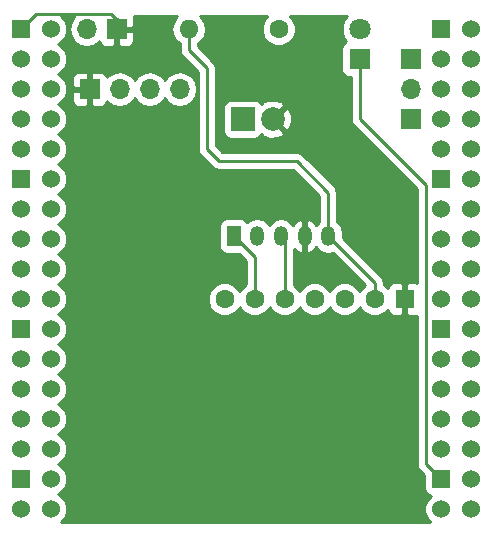
<source format=gbl>
G04 #@! TF.FileFunction,Copper,L2,Bot,Signal*
%FSLAX46Y46*%
G04 Gerber Fmt 4.6, Leading zero omitted, Abs format (unit mm)*
G04 Created by KiCad (PCBNEW 4.0.4+e1-6308~48~ubuntu16.04.1-stable) date Fri Mar 30 16:09:55 2018*
%MOMM*%
%LPD*%
G01*
G04 APERTURE LIST*
%ADD10C,0.100000*%
%ADD11C,1.524000*%
%ADD12R,1.524000X1.524000*%
%ADD13R,2.000000X2.000000*%
%ADD14C,2.000000*%
%ADD15R,1.800000X1.800000*%
%ADD16C,1.800000*%
%ADD17R,1.600000X1.600000*%
%ADD18C,1.600000*%
%ADD19O,1.600000X1.600000*%
%ADD20R,1.700000X1.700000*%
%ADD21O,1.700000X1.700000*%
%ADD22R,1.200000X1.700000*%
%ADD23O,1.200000X1.700000*%
%ADD24C,0.250000*%
%ADD25C,0.400000*%
%ADD26C,0.254000*%
G04 APERTURE END LIST*
D10*
D11*
X58420000Y-46990000D03*
D12*
X55880000Y-46990000D03*
D11*
X58420000Y-49530000D03*
X55880000Y-49530000D03*
X58420000Y-87630000D03*
X55880000Y-87630000D03*
X58420000Y-85090000D03*
D12*
X55880000Y-85090000D03*
D11*
X58420000Y-82550000D03*
X55880000Y-82550000D03*
X58420000Y-80010000D03*
X55880000Y-80010000D03*
X58420000Y-77470000D03*
X55880000Y-77470000D03*
X58420000Y-74930000D03*
X55880000Y-74930000D03*
X58420000Y-72390000D03*
D12*
X55880000Y-72390000D03*
D11*
X58420000Y-69850000D03*
X55880000Y-69850000D03*
X58420000Y-67310000D03*
X55880000Y-67310000D03*
X58420000Y-64770000D03*
X55880000Y-64770000D03*
X58420000Y-62230000D03*
X55880000Y-62230000D03*
X58420000Y-59690000D03*
D12*
X55880000Y-59690000D03*
D11*
X58420000Y-57150000D03*
X55880000Y-57150000D03*
X58420000Y-54610000D03*
X55880000Y-54610000D03*
X58420000Y-52070000D03*
X55880000Y-52070000D03*
X91440000Y-52070000D03*
X93980000Y-52070000D03*
X91440000Y-54610000D03*
X93980000Y-54610000D03*
X91440000Y-57150000D03*
X93980000Y-57150000D03*
D12*
X91440000Y-59690000D03*
D11*
X93980000Y-59690000D03*
X91440000Y-62230000D03*
X93980000Y-62230000D03*
X91440000Y-64770000D03*
X93980000Y-64770000D03*
X91440000Y-67310000D03*
X93980000Y-67310000D03*
X91440000Y-69850000D03*
X93980000Y-69850000D03*
D12*
X91440000Y-72390000D03*
D11*
X93980000Y-72390000D03*
X91440000Y-74930000D03*
X93980000Y-74930000D03*
X91440000Y-77470000D03*
X93980000Y-77470000D03*
X91440000Y-80010000D03*
X93980000Y-80010000D03*
X91440000Y-82550000D03*
X93980000Y-82550000D03*
D12*
X91440000Y-85090000D03*
D11*
X93980000Y-85090000D03*
X91440000Y-87630000D03*
X93980000Y-87630000D03*
X91440000Y-49530000D03*
X93980000Y-49530000D03*
D12*
X91440000Y-46990000D03*
D11*
X93980000Y-46990000D03*
D13*
X74676000Y-54610000D03*
D14*
X77216000Y-54610000D03*
D15*
X84582000Y-49530000D03*
D16*
X84582000Y-46990000D03*
D17*
X88392000Y-69850000D03*
D18*
X85852000Y-69850000D03*
X83312000Y-69850000D03*
X80772000Y-69850000D03*
X78232000Y-69850000D03*
X75692000Y-69850000D03*
X73152000Y-69850000D03*
X77724000Y-46990000D03*
D19*
X70104000Y-46990000D03*
D20*
X64008000Y-46990000D03*
D21*
X61468000Y-46990000D03*
D20*
X88900000Y-49530000D03*
D21*
X88900000Y-52070000D03*
D20*
X88900000Y-54610000D03*
X61722000Y-52070000D03*
D21*
X64262000Y-52070000D03*
X66802000Y-52070000D03*
X69342000Y-52070000D03*
D22*
X73914000Y-64516000D03*
D23*
X75914000Y-64516000D03*
X77914000Y-64516000D03*
X79914000Y-64516000D03*
X81914000Y-64516000D03*
D24*
X55880000Y-46990000D02*
X57150000Y-45720000D01*
X57150000Y-45720000D02*
X63500000Y-45720000D01*
X63500000Y-45720000D02*
X64008000Y-46228000D01*
D25*
X64008000Y-46228000D02*
X64008000Y-46990000D01*
D24*
X78232000Y-69850000D02*
X78232000Y-64834000D01*
X78232000Y-64834000D02*
X77914000Y-64516000D01*
X77914000Y-69532000D02*
X78232000Y-69850000D01*
X75692000Y-69850000D02*
X75692000Y-66294000D01*
X75692000Y-66294000D02*
X73914000Y-64516000D01*
X70104000Y-46990000D02*
X70104000Y-48768000D01*
X70104000Y-48768000D02*
X71628000Y-50292000D01*
X71628000Y-50292000D02*
X71628000Y-57150000D01*
X71628000Y-57150000D02*
X72644000Y-58166000D01*
X72644000Y-58166000D02*
X79248000Y-58166000D01*
X79248000Y-58166000D02*
X81914000Y-60832000D01*
X81914000Y-60832000D02*
X81914000Y-64516000D01*
X85852000Y-69850000D02*
X85852000Y-68454000D01*
X85852000Y-68454000D02*
X81914000Y-64516000D01*
X58420000Y-57150000D02*
X58674000Y-57150000D01*
X84582000Y-49530000D02*
X84582000Y-54610000D01*
X90170000Y-83820000D02*
X91440000Y-85090000D01*
X90170000Y-60198000D02*
X90170000Y-83820000D01*
X84582000Y-54610000D02*
X90170000Y-60198000D01*
D26*
G36*
X60096039Y-46392622D02*
X59983000Y-46960907D01*
X59983000Y-47019093D01*
X60096039Y-47587378D01*
X60417946Y-48069147D01*
X60899715Y-48391054D01*
X61468000Y-48504093D01*
X62036285Y-48391054D01*
X62518054Y-48069147D01*
X62547403Y-48025223D01*
X62619673Y-48199698D01*
X62798301Y-48378327D01*
X63031690Y-48475000D01*
X63722250Y-48475000D01*
X63881000Y-48316250D01*
X63881000Y-47117000D01*
X64135000Y-47117000D01*
X64135000Y-48316250D01*
X64293750Y-48475000D01*
X64984310Y-48475000D01*
X65217699Y-48378327D01*
X65396327Y-48199698D01*
X65493000Y-47966309D01*
X65493000Y-47275750D01*
X65334250Y-47117000D01*
X64135000Y-47117000D01*
X63881000Y-47117000D01*
X63861000Y-47117000D01*
X63861000Y-46863000D01*
X63881000Y-46863000D01*
X63881000Y-46843000D01*
X64135000Y-46843000D01*
X64135000Y-46863000D01*
X65334250Y-46863000D01*
X65493000Y-46704250D01*
X65493000Y-46013691D01*
X65455020Y-45922000D01*
X69140961Y-45922000D01*
X69061189Y-45975302D01*
X68750120Y-46440849D01*
X68640887Y-46990000D01*
X68750120Y-47539151D01*
X69061189Y-48004698D01*
X69344000Y-48193667D01*
X69344000Y-48768000D01*
X69401852Y-49058839D01*
X69566599Y-49305401D01*
X70868000Y-50606802D01*
X70868000Y-57150000D01*
X70925852Y-57440839D01*
X71090599Y-57687401D01*
X72106599Y-58703401D01*
X72353161Y-58868148D01*
X72644000Y-58926000D01*
X78933198Y-58926000D01*
X81154000Y-61146802D01*
X81154000Y-63287941D01*
X81040723Y-63363630D01*
X80911590Y-63556891D01*
X80743125Y-63334067D01*
X80323376Y-63087714D01*
X80231609Y-63072538D01*
X80041000Y-63197269D01*
X80041000Y-64389000D01*
X80061000Y-64389000D01*
X80061000Y-64643000D01*
X80041000Y-64643000D01*
X80041000Y-65834731D01*
X80231609Y-65959462D01*
X80323376Y-65944286D01*
X80743125Y-65697933D01*
X80911590Y-65475109D01*
X81040723Y-65668370D01*
X81441386Y-65936084D01*
X81914000Y-66030093D01*
X82280408Y-65957210D01*
X84998041Y-68674843D01*
X84636176Y-69036077D01*
X84582138Y-69166215D01*
X84529243Y-69038200D01*
X84125923Y-68634176D01*
X83598691Y-68415250D01*
X83027813Y-68414752D01*
X82500200Y-68632757D01*
X82096176Y-69036077D01*
X82042138Y-69166215D01*
X81989243Y-69038200D01*
X81585923Y-68634176D01*
X81058691Y-68415250D01*
X80487813Y-68414752D01*
X79960200Y-68632757D01*
X79556176Y-69036077D01*
X79502138Y-69166215D01*
X79449243Y-69038200D01*
X79045923Y-68634176D01*
X78992000Y-68611785D01*
X78992000Y-65575090D01*
X79084875Y-65697933D01*
X79504624Y-65944286D01*
X79596391Y-65959462D01*
X79787000Y-65834731D01*
X79787000Y-64643000D01*
X79767000Y-64643000D01*
X79767000Y-64389000D01*
X79787000Y-64389000D01*
X79787000Y-63197269D01*
X79596391Y-63072538D01*
X79504624Y-63087714D01*
X79084875Y-63334067D01*
X78916410Y-63556891D01*
X78787277Y-63363630D01*
X78386614Y-63095916D01*
X77914000Y-63001907D01*
X77441386Y-63095916D01*
X77040723Y-63363630D01*
X76914000Y-63553285D01*
X76787277Y-63363630D01*
X76386614Y-63095916D01*
X75914000Y-63001907D01*
X75441386Y-63095916D01*
X75064004Y-63348074D01*
X74978090Y-63214559D01*
X74765890Y-63069569D01*
X74514000Y-63018560D01*
X73314000Y-63018560D01*
X73078683Y-63062838D01*
X72862559Y-63201910D01*
X72717569Y-63414110D01*
X72666560Y-63666000D01*
X72666560Y-65366000D01*
X72710838Y-65601317D01*
X72849910Y-65817441D01*
X73062110Y-65962431D01*
X73314000Y-66013440D01*
X74336638Y-66013440D01*
X74932000Y-66608802D01*
X74932000Y-68611354D01*
X74880200Y-68632757D01*
X74476176Y-69036077D01*
X74422138Y-69166215D01*
X74369243Y-69038200D01*
X73965923Y-68634176D01*
X73438691Y-68415250D01*
X72867813Y-68414752D01*
X72340200Y-68632757D01*
X71936176Y-69036077D01*
X71717250Y-69563309D01*
X71716752Y-70134187D01*
X71934757Y-70661800D01*
X72338077Y-71065824D01*
X72865309Y-71284750D01*
X73436187Y-71285248D01*
X73963800Y-71067243D01*
X74367824Y-70663923D01*
X74421862Y-70533785D01*
X74474757Y-70661800D01*
X74878077Y-71065824D01*
X75405309Y-71284750D01*
X75976187Y-71285248D01*
X76503800Y-71067243D01*
X76907824Y-70663923D01*
X76961862Y-70533785D01*
X77014757Y-70661800D01*
X77418077Y-71065824D01*
X77945309Y-71284750D01*
X78516187Y-71285248D01*
X79043800Y-71067243D01*
X79447824Y-70663923D01*
X79501862Y-70533785D01*
X79554757Y-70661800D01*
X79958077Y-71065824D01*
X80485309Y-71284750D01*
X81056187Y-71285248D01*
X81583800Y-71067243D01*
X81987824Y-70663923D01*
X82041862Y-70533785D01*
X82094757Y-70661800D01*
X82498077Y-71065824D01*
X83025309Y-71284750D01*
X83596187Y-71285248D01*
X84123800Y-71067243D01*
X84527824Y-70663923D01*
X84581862Y-70533785D01*
X84634757Y-70661800D01*
X85038077Y-71065824D01*
X85565309Y-71284750D01*
X86136187Y-71285248D01*
X86663800Y-71067243D01*
X86957000Y-70774554D01*
X86957000Y-70776309D01*
X87053673Y-71009698D01*
X87232301Y-71188327D01*
X87465690Y-71285000D01*
X88106250Y-71285000D01*
X88265000Y-71126250D01*
X88265000Y-69977000D01*
X88245000Y-69977000D01*
X88245000Y-69723000D01*
X88265000Y-69723000D01*
X88265000Y-68573750D01*
X88106250Y-68415000D01*
X87465690Y-68415000D01*
X87232301Y-68511673D01*
X87053673Y-68690302D01*
X86957000Y-68923691D01*
X86957000Y-68925761D01*
X86665923Y-68634176D01*
X86612000Y-68611785D01*
X86612000Y-68454000D01*
X86554148Y-68163161D01*
X86389401Y-67916599D01*
X83149000Y-64676198D01*
X83149000Y-64236907D01*
X83054991Y-63764293D01*
X82787277Y-63363630D01*
X82674000Y-63287941D01*
X82674000Y-60832000D01*
X82616148Y-60541161D01*
X82616148Y-60541160D01*
X82451401Y-60294599D01*
X79785401Y-57628599D01*
X79538839Y-57463852D01*
X79248000Y-57406000D01*
X72958802Y-57406000D01*
X72388000Y-56835198D01*
X72388000Y-53610000D01*
X73028560Y-53610000D01*
X73028560Y-55610000D01*
X73072838Y-55845317D01*
X73211910Y-56061441D01*
X73424110Y-56206431D01*
X73676000Y-56257440D01*
X75676000Y-56257440D01*
X75911317Y-56213162D01*
X76127441Y-56074090D01*
X76272431Y-55861890D01*
X76275042Y-55848998D01*
X76341736Y-56029387D01*
X76951461Y-56255908D01*
X77601460Y-56231856D01*
X78090264Y-56029387D01*
X78188927Y-55762532D01*
X77216000Y-54789605D01*
X77201858Y-54803748D01*
X77022253Y-54624143D01*
X77036395Y-54610000D01*
X77395605Y-54610000D01*
X78368532Y-55582927D01*
X78635387Y-55484264D01*
X78861908Y-54874539D01*
X78837856Y-54224540D01*
X78635387Y-53735736D01*
X78368532Y-53637073D01*
X77395605Y-54610000D01*
X77036395Y-54610000D01*
X77022253Y-54595858D01*
X77201858Y-54416253D01*
X77216000Y-54430395D01*
X78188927Y-53457468D01*
X78090264Y-53190613D01*
X77480539Y-52964092D01*
X76830540Y-52988144D01*
X76341736Y-53190613D01*
X76275681Y-53369273D01*
X76140090Y-53158559D01*
X75927890Y-53013569D01*
X75676000Y-52962560D01*
X73676000Y-52962560D01*
X73440683Y-53006838D01*
X73224559Y-53145910D01*
X73079569Y-53358110D01*
X73028560Y-53610000D01*
X72388000Y-53610000D01*
X72388000Y-50292000D01*
X72330148Y-50001161D01*
X72330148Y-50001160D01*
X72165401Y-49754599D01*
X70864000Y-48453198D01*
X70864000Y-48193667D01*
X71146811Y-48004698D01*
X71457880Y-47539151D01*
X71567113Y-46990000D01*
X71457880Y-46440849D01*
X71146811Y-45975302D01*
X71067039Y-45922000D01*
X76762696Y-45922000D01*
X76508176Y-46176077D01*
X76289250Y-46703309D01*
X76288752Y-47274187D01*
X76506757Y-47801800D01*
X76910077Y-48205824D01*
X77437309Y-48424750D01*
X78008187Y-48425248D01*
X78535800Y-48207243D01*
X78939824Y-47803923D01*
X79158750Y-47276691D01*
X79159248Y-46705813D01*
X78941243Y-46178200D01*
X78685489Y-45922000D01*
X83479151Y-45922000D01*
X83281449Y-46119357D01*
X83047267Y-46683330D01*
X83046735Y-47293991D01*
X83279932Y-47858371D01*
X83447880Y-48026613D01*
X83446683Y-48026838D01*
X83230559Y-48165910D01*
X83085569Y-48378110D01*
X83034560Y-48630000D01*
X83034560Y-50430000D01*
X83078838Y-50665317D01*
X83217910Y-50881441D01*
X83430110Y-51026431D01*
X83682000Y-51077440D01*
X83822000Y-51077440D01*
X83822000Y-54610000D01*
X83879852Y-54900839D01*
X84044599Y-55147401D01*
X89410000Y-60512802D01*
X89410000Y-68452979D01*
X89318310Y-68415000D01*
X88677750Y-68415000D01*
X88519000Y-68573750D01*
X88519000Y-69723000D01*
X88539000Y-69723000D01*
X88539000Y-69977000D01*
X88519000Y-69977000D01*
X88519000Y-71126250D01*
X88677750Y-71285000D01*
X89318310Y-71285000D01*
X89410000Y-71247021D01*
X89410000Y-83820000D01*
X89467852Y-84110839D01*
X89632599Y-84357401D01*
X90030560Y-84755362D01*
X90030560Y-85852000D01*
X90074838Y-86087317D01*
X90213910Y-86303441D01*
X90426110Y-86448431D01*
X90609124Y-86485492D01*
X90256371Y-86837630D01*
X90043243Y-87350900D01*
X90042758Y-87906661D01*
X90254990Y-88420303D01*
X90532203Y-88698000D01*
X59327517Y-88698000D01*
X59603629Y-88422370D01*
X59816757Y-87909100D01*
X59817242Y-87353339D01*
X59605010Y-86839697D01*
X59212370Y-86446371D01*
X59004488Y-86360051D01*
X59210303Y-86275010D01*
X59603629Y-85882370D01*
X59816757Y-85369100D01*
X59817242Y-84813339D01*
X59605010Y-84299697D01*
X59212370Y-83906371D01*
X59004488Y-83820051D01*
X59210303Y-83735010D01*
X59603629Y-83342370D01*
X59816757Y-82829100D01*
X59817242Y-82273339D01*
X59605010Y-81759697D01*
X59212370Y-81366371D01*
X59004488Y-81280051D01*
X59210303Y-81195010D01*
X59603629Y-80802370D01*
X59816757Y-80289100D01*
X59817242Y-79733339D01*
X59605010Y-79219697D01*
X59212370Y-78826371D01*
X59004488Y-78740051D01*
X59210303Y-78655010D01*
X59603629Y-78262370D01*
X59816757Y-77749100D01*
X59817242Y-77193339D01*
X59605010Y-76679697D01*
X59212370Y-76286371D01*
X59004488Y-76200051D01*
X59210303Y-76115010D01*
X59603629Y-75722370D01*
X59816757Y-75209100D01*
X59817242Y-74653339D01*
X59605010Y-74139697D01*
X59212370Y-73746371D01*
X59004488Y-73660051D01*
X59210303Y-73575010D01*
X59603629Y-73182370D01*
X59816757Y-72669100D01*
X59817242Y-72113339D01*
X59605010Y-71599697D01*
X59212370Y-71206371D01*
X59004488Y-71120051D01*
X59210303Y-71035010D01*
X59603629Y-70642370D01*
X59816757Y-70129100D01*
X59817242Y-69573339D01*
X59605010Y-69059697D01*
X59212370Y-68666371D01*
X59004488Y-68580051D01*
X59210303Y-68495010D01*
X59603629Y-68102370D01*
X59816757Y-67589100D01*
X59817242Y-67033339D01*
X59605010Y-66519697D01*
X59212370Y-66126371D01*
X59004488Y-66040051D01*
X59210303Y-65955010D01*
X59603629Y-65562370D01*
X59816757Y-65049100D01*
X59817242Y-64493339D01*
X59605010Y-63979697D01*
X59212370Y-63586371D01*
X59004488Y-63500051D01*
X59210303Y-63415010D01*
X59603629Y-63022370D01*
X59816757Y-62509100D01*
X59817242Y-61953339D01*
X59605010Y-61439697D01*
X59212370Y-61046371D01*
X59004488Y-60960051D01*
X59210303Y-60875010D01*
X59603629Y-60482370D01*
X59816757Y-59969100D01*
X59817242Y-59413339D01*
X59605010Y-58899697D01*
X59212370Y-58506371D01*
X59004488Y-58420051D01*
X59210303Y-58335010D01*
X59603629Y-57942370D01*
X59816757Y-57429100D01*
X59817242Y-56873339D01*
X59605010Y-56359697D01*
X59212370Y-55966371D01*
X59004488Y-55880051D01*
X59210303Y-55795010D01*
X59603629Y-55402370D01*
X59816757Y-54889100D01*
X59817242Y-54333339D01*
X59605010Y-53819697D01*
X59212370Y-53426371D01*
X59004488Y-53340051D01*
X59210303Y-53255010D01*
X59603629Y-52862370D01*
X59813995Y-52355750D01*
X60237000Y-52355750D01*
X60237000Y-53046309D01*
X60333673Y-53279698D01*
X60512301Y-53458327D01*
X60745690Y-53555000D01*
X61436250Y-53555000D01*
X61595000Y-53396250D01*
X61595000Y-52197000D01*
X60395750Y-52197000D01*
X60237000Y-52355750D01*
X59813995Y-52355750D01*
X59816757Y-52349100D01*
X59817242Y-51793339D01*
X59605010Y-51279697D01*
X59419329Y-51093691D01*
X60237000Y-51093691D01*
X60237000Y-51784250D01*
X60395750Y-51943000D01*
X61595000Y-51943000D01*
X61595000Y-50743750D01*
X61849000Y-50743750D01*
X61849000Y-51943000D01*
X61869000Y-51943000D01*
X61869000Y-52197000D01*
X61849000Y-52197000D01*
X61849000Y-53396250D01*
X62007750Y-53555000D01*
X62698310Y-53555000D01*
X62931699Y-53458327D01*
X63110327Y-53279698D01*
X63182597Y-53105223D01*
X63211946Y-53149147D01*
X63693715Y-53471054D01*
X64262000Y-53584093D01*
X64830285Y-53471054D01*
X65312054Y-53149147D01*
X65532000Y-52819974D01*
X65751946Y-53149147D01*
X66233715Y-53471054D01*
X66802000Y-53584093D01*
X67370285Y-53471054D01*
X67852054Y-53149147D01*
X68072000Y-52819974D01*
X68291946Y-53149147D01*
X68773715Y-53471054D01*
X69342000Y-53584093D01*
X69910285Y-53471054D01*
X70392054Y-53149147D01*
X70713961Y-52667378D01*
X70827000Y-52099093D01*
X70827000Y-52040907D01*
X70713961Y-51472622D01*
X70392054Y-50990853D01*
X69910285Y-50668946D01*
X69342000Y-50555907D01*
X68773715Y-50668946D01*
X68291946Y-50990853D01*
X68072000Y-51320026D01*
X67852054Y-50990853D01*
X67370285Y-50668946D01*
X66802000Y-50555907D01*
X66233715Y-50668946D01*
X65751946Y-50990853D01*
X65532000Y-51320026D01*
X65312054Y-50990853D01*
X64830285Y-50668946D01*
X64262000Y-50555907D01*
X63693715Y-50668946D01*
X63211946Y-50990853D01*
X63182597Y-51034777D01*
X63110327Y-50860302D01*
X62931699Y-50681673D01*
X62698310Y-50585000D01*
X62007750Y-50585000D01*
X61849000Y-50743750D01*
X61595000Y-50743750D01*
X61436250Y-50585000D01*
X60745690Y-50585000D01*
X60512301Y-50681673D01*
X60333673Y-50860302D01*
X60237000Y-51093691D01*
X59419329Y-51093691D01*
X59212370Y-50886371D01*
X59004488Y-50800051D01*
X59210303Y-50715010D01*
X59603629Y-50322370D01*
X59816757Y-49809100D01*
X59817242Y-49253339D01*
X59605010Y-48739697D01*
X59212370Y-48346371D01*
X59004488Y-48260051D01*
X59210303Y-48175010D01*
X59603629Y-47782370D01*
X59816757Y-47269100D01*
X59817242Y-46713339D01*
X59605010Y-46199697D01*
X59327797Y-45922000D01*
X60410498Y-45922000D01*
X60096039Y-46392622D01*
X60096039Y-46392622D01*
G37*
X60096039Y-46392622D02*
X59983000Y-46960907D01*
X59983000Y-47019093D01*
X60096039Y-47587378D01*
X60417946Y-48069147D01*
X60899715Y-48391054D01*
X61468000Y-48504093D01*
X62036285Y-48391054D01*
X62518054Y-48069147D01*
X62547403Y-48025223D01*
X62619673Y-48199698D01*
X62798301Y-48378327D01*
X63031690Y-48475000D01*
X63722250Y-48475000D01*
X63881000Y-48316250D01*
X63881000Y-47117000D01*
X64135000Y-47117000D01*
X64135000Y-48316250D01*
X64293750Y-48475000D01*
X64984310Y-48475000D01*
X65217699Y-48378327D01*
X65396327Y-48199698D01*
X65493000Y-47966309D01*
X65493000Y-47275750D01*
X65334250Y-47117000D01*
X64135000Y-47117000D01*
X63881000Y-47117000D01*
X63861000Y-47117000D01*
X63861000Y-46863000D01*
X63881000Y-46863000D01*
X63881000Y-46843000D01*
X64135000Y-46843000D01*
X64135000Y-46863000D01*
X65334250Y-46863000D01*
X65493000Y-46704250D01*
X65493000Y-46013691D01*
X65455020Y-45922000D01*
X69140961Y-45922000D01*
X69061189Y-45975302D01*
X68750120Y-46440849D01*
X68640887Y-46990000D01*
X68750120Y-47539151D01*
X69061189Y-48004698D01*
X69344000Y-48193667D01*
X69344000Y-48768000D01*
X69401852Y-49058839D01*
X69566599Y-49305401D01*
X70868000Y-50606802D01*
X70868000Y-57150000D01*
X70925852Y-57440839D01*
X71090599Y-57687401D01*
X72106599Y-58703401D01*
X72353161Y-58868148D01*
X72644000Y-58926000D01*
X78933198Y-58926000D01*
X81154000Y-61146802D01*
X81154000Y-63287941D01*
X81040723Y-63363630D01*
X80911590Y-63556891D01*
X80743125Y-63334067D01*
X80323376Y-63087714D01*
X80231609Y-63072538D01*
X80041000Y-63197269D01*
X80041000Y-64389000D01*
X80061000Y-64389000D01*
X80061000Y-64643000D01*
X80041000Y-64643000D01*
X80041000Y-65834731D01*
X80231609Y-65959462D01*
X80323376Y-65944286D01*
X80743125Y-65697933D01*
X80911590Y-65475109D01*
X81040723Y-65668370D01*
X81441386Y-65936084D01*
X81914000Y-66030093D01*
X82280408Y-65957210D01*
X84998041Y-68674843D01*
X84636176Y-69036077D01*
X84582138Y-69166215D01*
X84529243Y-69038200D01*
X84125923Y-68634176D01*
X83598691Y-68415250D01*
X83027813Y-68414752D01*
X82500200Y-68632757D01*
X82096176Y-69036077D01*
X82042138Y-69166215D01*
X81989243Y-69038200D01*
X81585923Y-68634176D01*
X81058691Y-68415250D01*
X80487813Y-68414752D01*
X79960200Y-68632757D01*
X79556176Y-69036077D01*
X79502138Y-69166215D01*
X79449243Y-69038200D01*
X79045923Y-68634176D01*
X78992000Y-68611785D01*
X78992000Y-65575090D01*
X79084875Y-65697933D01*
X79504624Y-65944286D01*
X79596391Y-65959462D01*
X79787000Y-65834731D01*
X79787000Y-64643000D01*
X79767000Y-64643000D01*
X79767000Y-64389000D01*
X79787000Y-64389000D01*
X79787000Y-63197269D01*
X79596391Y-63072538D01*
X79504624Y-63087714D01*
X79084875Y-63334067D01*
X78916410Y-63556891D01*
X78787277Y-63363630D01*
X78386614Y-63095916D01*
X77914000Y-63001907D01*
X77441386Y-63095916D01*
X77040723Y-63363630D01*
X76914000Y-63553285D01*
X76787277Y-63363630D01*
X76386614Y-63095916D01*
X75914000Y-63001907D01*
X75441386Y-63095916D01*
X75064004Y-63348074D01*
X74978090Y-63214559D01*
X74765890Y-63069569D01*
X74514000Y-63018560D01*
X73314000Y-63018560D01*
X73078683Y-63062838D01*
X72862559Y-63201910D01*
X72717569Y-63414110D01*
X72666560Y-63666000D01*
X72666560Y-65366000D01*
X72710838Y-65601317D01*
X72849910Y-65817441D01*
X73062110Y-65962431D01*
X73314000Y-66013440D01*
X74336638Y-66013440D01*
X74932000Y-66608802D01*
X74932000Y-68611354D01*
X74880200Y-68632757D01*
X74476176Y-69036077D01*
X74422138Y-69166215D01*
X74369243Y-69038200D01*
X73965923Y-68634176D01*
X73438691Y-68415250D01*
X72867813Y-68414752D01*
X72340200Y-68632757D01*
X71936176Y-69036077D01*
X71717250Y-69563309D01*
X71716752Y-70134187D01*
X71934757Y-70661800D01*
X72338077Y-71065824D01*
X72865309Y-71284750D01*
X73436187Y-71285248D01*
X73963800Y-71067243D01*
X74367824Y-70663923D01*
X74421862Y-70533785D01*
X74474757Y-70661800D01*
X74878077Y-71065824D01*
X75405309Y-71284750D01*
X75976187Y-71285248D01*
X76503800Y-71067243D01*
X76907824Y-70663923D01*
X76961862Y-70533785D01*
X77014757Y-70661800D01*
X77418077Y-71065824D01*
X77945309Y-71284750D01*
X78516187Y-71285248D01*
X79043800Y-71067243D01*
X79447824Y-70663923D01*
X79501862Y-70533785D01*
X79554757Y-70661800D01*
X79958077Y-71065824D01*
X80485309Y-71284750D01*
X81056187Y-71285248D01*
X81583800Y-71067243D01*
X81987824Y-70663923D01*
X82041862Y-70533785D01*
X82094757Y-70661800D01*
X82498077Y-71065824D01*
X83025309Y-71284750D01*
X83596187Y-71285248D01*
X84123800Y-71067243D01*
X84527824Y-70663923D01*
X84581862Y-70533785D01*
X84634757Y-70661800D01*
X85038077Y-71065824D01*
X85565309Y-71284750D01*
X86136187Y-71285248D01*
X86663800Y-71067243D01*
X86957000Y-70774554D01*
X86957000Y-70776309D01*
X87053673Y-71009698D01*
X87232301Y-71188327D01*
X87465690Y-71285000D01*
X88106250Y-71285000D01*
X88265000Y-71126250D01*
X88265000Y-69977000D01*
X88245000Y-69977000D01*
X88245000Y-69723000D01*
X88265000Y-69723000D01*
X88265000Y-68573750D01*
X88106250Y-68415000D01*
X87465690Y-68415000D01*
X87232301Y-68511673D01*
X87053673Y-68690302D01*
X86957000Y-68923691D01*
X86957000Y-68925761D01*
X86665923Y-68634176D01*
X86612000Y-68611785D01*
X86612000Y-68454000D01*
X86554148Y-68163161D01*
X86389401Y-67916599D01*
X83149000Y-64676198D01*
X83149000Y-64236907D01*
X83054991Y-63764293D01*
X82787277Y-63363630D01*
X82674000Y-63287941D01*
X82674000Y-60832000D01*
X82616148Y-60541161D01*
X82616148Y-60541160D01*
X82451401Y-60294599D01*
X79785401Y-57628599D01*
X79538839Y-57463852D01*
X79248000Y-57406000D01*
X72958802Y-57406000D01*
X72388000Y-56835198D01*
X72388000Y-53610000D01*
X73028560Y-53610000D01*
X73028560Y-55610000D01*
X73072838Y-55845317D01*
X73211910Y-56061441D01*
X73424110Y-56206431D01*
X73676000Y-56257440D01*
X75676000Y-56257440D01*
X75911317Y-56213162D01*
X76127441Y-56074090D01*
X76272431Y-55861890D01*
X76275042Y-55848998D01*
X76341736Y-56029387D01*
X76951461Y-56255908D01*
X77601460Y-56231856D01*
X78090264Y-56029387D01*
X78188927Y-55762532D01*
X77216000Y-54789605D01*
X77201858Y-54803748D01*
X77022253Y-54624143D01*
X77036395Y-54610000D01*
X77395605Y-54610000D01*
X78368532Y-55582927D01*
X78635387Y-55484264D01*
X78861908Y-54874539D01*
X78837856Y-54224540D01*
X78635387Y-53735736D01*
X78368532Y-53637073D01*
X77395605Y-54610000D01*
X77036395Y-54610000D01*
X77022253Y-54595858D01*
X77201858Y-54416253D01*
X77216000Y-54430395D01*
X78188927Y-53457468D01*
X78090264Y-53190613D01*
X77480539Y-52964092D01*
X76830540Y-52988144D01*
X76341736Y-53190613D01*
X76275681Y-53369273D01*
X76140090Y-53158559D01*
X75927890Y-53013569D01*
X75676000Y-52962560D01*
X73676000Y-52962560D01*
X73440683Y-53006838D01*
X73224559Y-53145910D01*
X73079569Y-53358110D01*
X73028560Y-53610000D01*
X72388000Y-53610000D01*
X72388000Y-50292000D01*
X72330148Y-50001161D01*
X72330148Y-50001160D01*
X72165401Y-49754599D01*
X70864000Y-48453198D01*
X70864000Y-48193667D01*
X71146811Y-48004698D01*
X71457880Y-47539151D01*
X71567113Y-46990000D01*
X71457880Y-46440849D01*
X71146811Y-45975302D01*
X71067039Y-45922000D01*
X76762696Y-45922000D01*
X76508176Y-46176077D01*
X76289250Y-46703309D01*
X76288752Y-47274187D01*
X76506757Y-47801800D01*
X76910077Y-48205824D01*
X77437309Y-48424750D01*
X78008187Y-48425248D01*
X78535800Y-48207243D01*
X78939824Y-47803923D01*
X79158750Y-47276691D01*
X79159248Y-46705813D01*
X78941243Y-46178200D01*
X78685489Y-45922000D01*
X83479151Y-45922000D01*
X83281449Y-46119357D01*
X83047267Y-46683330D01*
X83046735Y-47293991D01*
X83279932Y-47858371D01*
X83447880Y-48026613D01*
X83446683Y-48026838D01*
X83230559Y-48165910D01*
X83085569Y-48378110D01*
X83034560Y-48630000D01*
X83034560Y-50430000D01*
X83078838Y-50665317D01*
X83217910Y-50881441D01*
X83430110Y-51026431D01*
X83682000Y-51077440D01*
X83822000Y-51077440D01*
X83822000Y-54610000D01*
X83879852Y-54900839D01*
X84044599Y-55147401D01*
X89410000Y-60512802D01*
X89410000Y-68452979D01*
X89318310Y-68415000D01*
X88677750Y-68415000D01*
X88519000Y-68573750D01*
X88519000Y-69723000D01*
X88539000Y-69723000D01*
X88539000Y-69977000D01*
X88519000Y-69977000D01*
X88519000Y-71126250D01*
X88677750Y-71285000D01*
X89318310Y-71285000D01*
X89410000Y-71247021D01*
X89410000Y-83820000D01*
X89467852Y-84110839D01*
X89632599Y-84357401D01*
X90030560Y-84755362D01*
X90030560Y-85852000D01*
X90074838Y-86087317D01*
X90213910Y-86303441D01*
X90426110Y-86448431D01*
X90609124Y-86485492D01*
X90256371Y-86837630D01*
X90043243Y-87350900D01*
X90042758Y-87906661D01*
X90254990Y-88420303D01*
X90532203Y-88698000D01*
X59327517Y-88698000D01*
X59603629Y-88422370D01*
X59816757Y-87909100D01*
X59817242Y-87353339D01*
X59605010Y-86839697D01*
X59212370Y-86446371D01*
X59004488Y-86360051D01*
X59210303Y-86275010D01*
X59603629Y-85882370D01*
X59816757Y-85369100D01*
X59817242Y-84813339D01*
X59605010Y-84299697D01*
X59212370Y-83906371D01*
X59004488Y-83820051D01*
X59210303Y-83735010D01*
X59603629Y-83342370D01*
X59816757Y-82829100D01*
X59817242Y-82273339D01*
X59605010Y-81759697D01*
X59212370Y-81366371D01*
X59004488Y-81280051D01*
X59210303Y-81195010D01*
X59603629Y-80802370D01*
X59816757Y-80289100D01*
X59817242Y-79733339D01*
X59605010Y-79219697D01*
X59212370Y-78826371D01*
X59004488Y-78740051D01*
X59210303Y-78655010D01*
X59603629Y-78262370D01*
X59816757Y-77749100D01*
X59817242Y-77193339D01*
X59605010Y-76679697D01*
X59212370Y-76286371D01*
X59004488Y-76200051D01*
X59210303Y-76115010D01*
X59603629Y-75722370D01*
X59816757Y-75209100D01*
X59817242Y-74653339D01*
X59605010Y-74139697D01*
X59212370Y-73746371D01*
X59004488Y-73660051D01*
X59210303Y-73575010D01*
X59603629Y-73182370D01*
X59816757Y-72669100D01*
X59817242Y-72113339D01*
X59605010Y-71599697D01*
X59212370Y-71206371D01*
X59004488Y-71120051D01*
X59210303Y-71035010D01*
X59603629Y-70642370D01*
X59816757Y-70129100D01*
X59817242Y-69573339D01*
X59605010Y-69059697D01*
X59212370Y-68666371D01*
X59004488Y-68580051D01*
X59210303Y-68495010D01*
X59603629Y-68102370D01*
X59816757Y-67589100D01*
X59817242Y-67033339D01*
X59605010Y-66519697D01*
X59212370Y-66126371D01*
X59004488Y-66040051D01*
X59210303Y-65955010D01*
X59603629Y-65562370D01*
X59816757Y-65049100D01*
X59817242Y-64493339D01*
X59605010Y-63979697D01*
X59212370Y-63586371D01*
X59004488Y-63500051D01*
X59210303Y-63415010D01*
X59603629Y-63022370D01*
X59816757Y-62509100D01*
X59817242Y-61953339D01*
X59605010Y-61439697D01*
X59212370Y-61046371D01*
X59004488Y-60960051D01*
X59210303Y-60875010D01*
X59603629Y-60482370D01*
X59816757Y-59969100D01*
X59817242Y-59413339D01*
X59605010Y-58899697D01*
X59212370Y-58506371D01*
X59004488Y-58420051D01*
X59210303Y-58335010D01*
X59603629Y-57942370D01*
X59816757Y-57429100D01*
X59817242Y-56873339D01*
X59605010Y-56359697D01*
X59212370Y-55966371D01*
X59004488Y-55880051D01*
X59210303Y-55795010D01*
X59603629Y-55402370D01*
X59816757Y-54889100D01*
X59817242Y-54333339D01*
X59605010Y-53819697D01*
X59212370Y-53426371D01*
X59004488Y-53340051D01*
X59210303Y-53255010D01*
X59603629Y-52862370D01*
X59813995Y-52355750D01*
X60237000Y-52355750D01*
X60237000Y-53046309D01*
X60333673Y-53279698D01*
X60512301Y-53458327D01*
X60745690Y-53555000D01*
X61436250Y-53555000D01*
X61595000Y-53396250D01*
X61595000Y-52197000D01*
X60395750Y-52197000D01*
X60237000Y-52355750D01*
X59813995Y-52355750D01*
X59816757Y-52349100D01*
X59817242Y-51793339D01*
X59605010Y-51279697D01*
X59419329Y-51093691D01*
X60237000Y-51093691D01*
X60237000Y-51784250D01*
X60395750Y-51943000D01*
X61595000Y-51943000D01*
X61595000Y-50743750D01*
X61849000Y-50743750D01*
X61849000Y-51943000D01*
X61869000Y-51943000D01*
X61869000Y-52197000D01*
X61849000Y-52197000D01*
X61849000Y-53396250D01*
X62007750Y-53555000D01*
X62698310Y-53555000D01*
X62931699Y-53458327D01*
X63110327Y-53279698D01*
X63182597Y-53105223D01*
X63211946Y-53149147D01*
X63693715Y-53471054D01*
X64262000Y-53584093D01*
X64830285Y-53471054D01*
X65312054Y-53149147D01*
X65532000Y-52819974D01*
X65751946Y-53149147D01*
X66233715Y-53471054D01*
X66802000Y-53584093D01*
X67370285Y-53471054D01*
X67852054Y-53149147D01*
X68072000Y-52819974D01*
X68291946Y-53149147D01*
X68773715Y-53471054D01*
X69342000Y-53584093D01*
X69910285Y-53471054D01*
X70392054Y-53149147D01*
X70713961Y-52667378D01*
X70827000Y-52099093D01*
X70827000Y-52040907D01*
X70713961Y-51472622D01*
X70392054Y-50990853D01*
X69910285Y-50668946D01*
X69342000Y-50555907D01*
X68773715Y-50668946D01*
X68291946Y-50990853D01*
X68072000Y-51320026D01*
X67852054Y-50990853D01*
X67370285Y-50668946D01*
X66802000Y-50555907D01*
X66233715Y-50668946D01*
X65751946Y-50990853D01*
X65532000Y-51320026D01*
X65312054Y-50990853D01*
X64830285Y-50668946D01*
X64262000Y-50555907D01*
X63693715Y-50668946D01*
X63211946Y-50990853D01*
X63182597Y-51034777D01*
X63110327Y-50860302D01*
X62931699Y-50681673D01*
X62698310Y-50585000D01*
X62007750Y-50585000D01*
X61849000Y-50743750D01*
X61595000Y-50743750D01*
X61436250Y-50585000D01*
X60745690Y-50585000D01*
X60512301Y-50681673D01*
X60333673Y-50860302D01*
X60237000Y-51093691D01*
X59419329Y-51093691D01*
X59212370Y-50886371D01*
X59004488Y-50800051D01*
X59210303Y-50715010D01*
X59603629Y-50322370D01*
X59816757Y-49809100D01*
X59817242Y-49253339D01*
X59605010Y-48739697D01*
X59212370Y-48346371D01*
X59004488Y-48260051D01*
X59210303Y-48175010D01*
X59603629Y-47782370D01*
X59816757Y-47269100D01*
X59817242Y-46713339D01*
X59605010Y-46199697D01*
X59327797Y-45922000D01*
X60410498Y-45922000D01*
X60096039Y-46392622D01*
G36*
X56007000Y-46863000D02*
X56027000Y-46863000D01*
X56027000Y-47117000D01*
X56007000Y-47117000D01*
X56007000Y-47137000D01*
X55753000Y-47137000D01*
X55753000Y-47117000D01*
X55733000Y-47117000D01*
X55733000Y-46863000D01*
X55753000Y-46863000D01*
X55753000Y-46843000D01*
X56007000Y-46843000D01*
X56007000Y-46863000D01*
X56007000Y-46863000D01*
G37*
X56007000Y-46863000D02*
X56027000Y-46863000D01*
X56027000Y-47117000D01*
X56007000Y-47117000D01*
X56007000Y-47137000D01*
X55753000Y-47137000D01*
X55753000Y-47117000D01*
X55733000Y-47117000D01*
X55733000Y-46863000D01*
X55753000Y-46863000D01*
X55753000Y-46843000D01*
X56007000Y-46843000D01*
X56007000Y-46863000D01*
M02*

</source>
